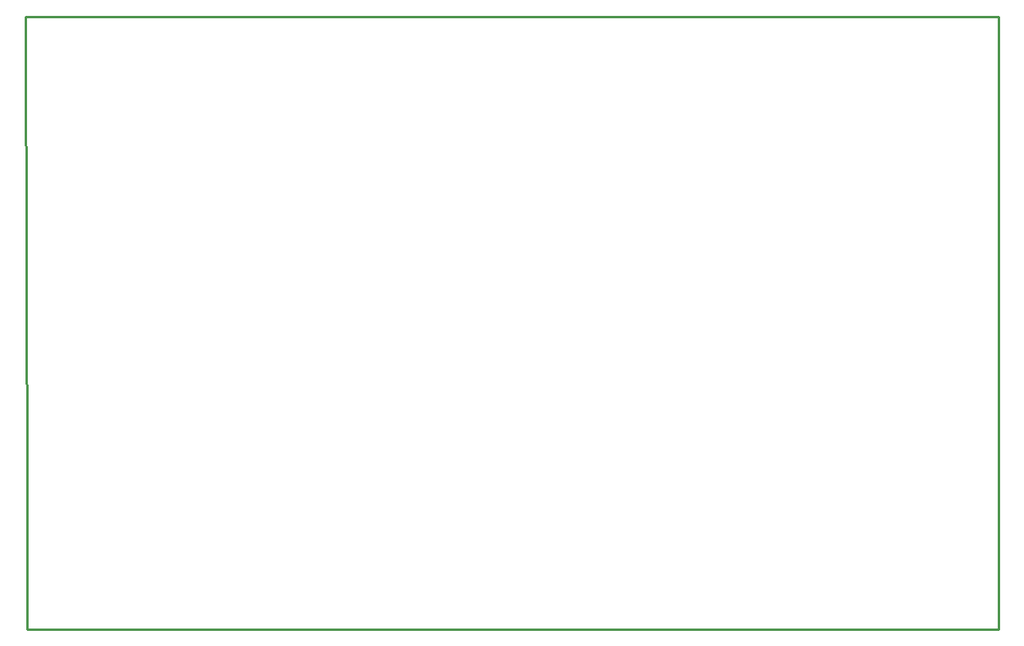
<source format=gko>
G04 Layer: BoardOutlineLayer*
G04 EasyEDA v6.5.42, 2024-03-05 11:07:17*
G04 3b4d56fbe8a64d45884a67d00f8a37e5,a2f4cb7aa3704937908c5b59a0d1150c,10*
G04 Gerber Generator version 0.2*
G04 Scale: 100 percent, Rotated: No, Reflected: No *
G04 Dimensions in millimeters *
G04 leading zeros omitted , absolute positions ,4 integer and 5 decimal *
%FSLAX45Y45*%
%MOMM*%

%ADD10C,0.2540*%
D10*
X2387600Y4406900D02*
G01*
X2387600Y4419600D01*
X2374900Y9499600D01*
X2374900Y9588500D01*
X2882900Y9588500D01*
X2882900Y9588500D01*
X12547600Y9588500D02*
G01*
X12547600Y9588500D01*
X12725400Y9588500D01*
X12725400Y3060700D01*
X2387600Y3060700D01*
X2387600Y4406900D01*
X2387600Y4406900D01*
X2889250Y9588500D02*
G01*
X12553950Y9588500D01*

%LPD*%
M02*

</source>
